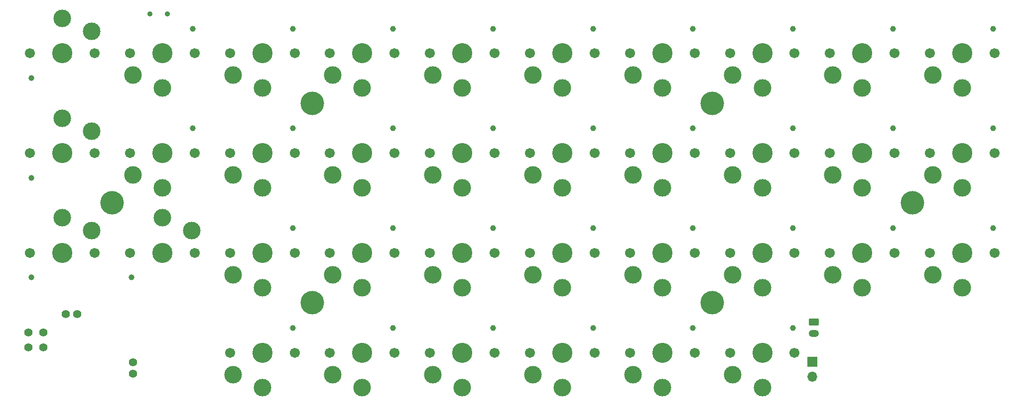
<source format=gbr>
%TF.GenerationSoftware,KiCad,Pcbnew,(6.0.4-0)*%
%TF.CreationDate,2023-01-08T13:58:21-06:00*%
%TF.ProjectId,bancouver40_cfx,62616e63-6f75-4766-9572-34305f636678,rev?*%
%TF.SameCoordinates,Original*%
%TF.FileFunction,Soldermask,Top*%
%TF.FilePolarity,Negative*%
%FSLAX46Y46*%
G04 Gerber Fmt 4.6, Leading zero omitted, Abs format (unit mm)*
G04 Created by KiCad (PCBNEW (6.0.4-0)) date 2023-01-08 13:58:21*
%MOMM*%
%LPD*%
G01*
G04 APERTURE LIST*
G04 Aperture macros list*
%AMRoundRect*
0 Rectangle with rounded corners*
0 $1 Rounding radius*
0 $2 $3 $4 $5 $6 $7 $8 $9 X,Y pos of 4 corners*
0 Add a 4 corners polygon primitive as box body*
4,1,4,$2,$3,$4,$5,$6,$7,$8,$9,$2,$3,0*
0 Add four circle primitives for the rounded corners*
1,1,$1+$1,$2,$3*
1,1,$1+$1,$4,$5*
1,1,$1+$1,$6,$7*
1,1,$1+$1,$8,$9*
0 Add four rect primitives between the rounded corners*
20,1,$1+$1,$2,$3,$4,$5,0*
20,1,$1+$1,$4,$5,$6,$7,0*
20,1,$1+$1,$6,$7,$8,$9,0*
20,1,$1+$1,$8,$9,$2,$3,0*%
G04 Aperture macros list end*
%ADD10C,3.429000*%
%ADD11C,1.701800*%
%ADD12C,3.000000*%
%ADD13C,0.990600*%
%ADD14C,4.000000*%
%ADD15R,1.700000X1.700000*%
%ADD16O,1.700000X1.700000*%
%ADD17C,1.397000*%
%ADD18C,0.900000*%
%ADD19RoundRect,0.250000X-0.625000X0.350000X-0.625000X-0.350000X0.625000X-0.350000X0.625000X0.350000X0*%
%ADD20O,1.750000X1.200000*%
G04 APERTURE END LIST*
D10*
%TO.C,SW25*%
X150874929Y-57374973D03*
D11*
X156374929Y-57374973D03*
D12*
X150874929Y-63324973D03*
D11*
X145374929Y-57374973D03*
D12*
X145874929Y-61124973D03*
D13*
X156094929Y-53174973D03*
%TD*%
D11*
%TO.C,SW17*%
X190374913Y-40374981D03*
D12*
X184874913Y-46324981D03*
D11*
X179374913Y-40374981D03*
D12*
X179874913Y-44124981D03*
D10*
X184874913Y-40374981D03*
D13*
X190094913Y-36174981D03*
%TD*%
D12*
%TO.C,SW23*%
X116874945Y-63324973D03*
D10*
X116874945Y-57374973D03*
D11*
X111374945Y-57374973D03*
D12*
X111874945Y-61124973D03*
D11*
X122374945Y-57374973D03*
D13*
X122094945Y-53174973D03*
%TD*%
D11*
%TO.C,SW26*%
X173374921Y-57374973D03*
D12*
X167874921Y-63324973D03*
X162874921Y-61124973D03*
D13*
X173094921Y-53174973D03*
D10*
X167874921Y-57374973D03*
D11*
X162374921Y-57374973D03*
%TD*%
D10*
%TO.C,SW13*%
X116874945Y-40374981D03*
D11*
X111374945Y-40374981D03*
D13*
X122094945Y-36174981D03*
D12*
X111874945Y-44124981D03*
D11*
X122374945Y-40374981D03*
D12*
X116874945Y-46324981D03*
%TD*%
D14*
%TO.C,H4*%
X227374893Y-48874977D03*
%TD*%
D12*
%TO.C,SW20*%
X230874889Y-44124981D03*
D11*
X241374889Y-40374981D03*
X230374889Y-40374981D03*
D12*
X235874889Y-46324981D03*
D10*
X235874889Y-40374981D03*
D13*
X241094889Y-36174981D03*
%TD*%
D11*
%TO.C,SW16*%
X162374921Y-40374981D03*
X173374921Y-40374981D03*
D13*
X173094921Y-36174981D03*
D12*
X162874921Y-44124981D03*
X167874921Y-46324981D03*
D10*
X167874921Y-40374981D03*
%TD*%
D12*
%TO.C,SW4*%
X128874937Y-27124989D03*
X133874937Y-29324989D03*
D10*
X133874937Y-23374989D03*
D13*
X139094937Y-19174989D03*
D11*
X128374937Y-23374989D03*
X139374937Y-23374989D03*
%TD*%
D10*
%TO.C,SW1*%
X82874961Y-23374989D03*
D12*
X82874961Y-17424989D03*
X87874961Y-19624989D03*
D11*
X77374961Y-23374989D03*
X88374961Y-23374989D03*
D13*
X77654961Y-27574989D03*
%TD*%
D12*
%TO.C,SW29*%
X218874897Y-63324973D03*
D10*
X218874897Y-57374973D03*
D11*
X224374897Y-57374973D03*
D13*
X224094897Y-53174973D03*
D11*
X213374897Y-57374973D03*
D12*
X213874897Y-61124973D03*
%TD*%
%TO.C,SW15*%
X150874929Y-46324981D03*
D11*
X156374929Y-40374981D03*
D13*
X156094929Y-36174981D03*
D11*
X145374929Y-40374981D03*
D12*
X145874929Y-44124981D03*
D10*
X150874929Y-40374981D03*
%TD*%
D11*
%TO.C,SW34*%
X139374937Y-74374965D03*
D13*
X139094937Y-70174965D03*
D10*
X133874937Y-74374965D03*
D11*
X128374937Y-74374965D03*
D12*
X133874937Y-80324965D03*
X128874937Y-78124965D03*
%TD*%
D10*
%TO.C,SW6*%
X167874921Y-23374989D03*
D12*
X167874921Y-29324989D03*
D11*
X173374921Y-23374989D03*
D12*
X162874921Y-27124989D03*
D13*
X173094921Y-19174989D03*
D11*
X162374921Y-23374989D03*
%TD*%
D13*
%TO.C,SW10*%
X241094889Y-19174989D03*
D12*
X230874889Y-27124989D03*
D10*
X235874889Y-23374989D03*
D12*
X235874889Y-29324989D03*
D11*
X230374889Y-23374989D03*
X241374889Y-23374989D03*
%TD*%
D13*
%TO.C,SW33*%
X122094945Y-70174965D03*
D12*
X111874945Y-78124965D03*
D11*
X122374945Y-74374965D03*
D10*
X116874945Y-74374965D03*
D12*
X116874945Y-80324965D03*
D11*
X111374945Y-74374965D03*
%TD*%
D13*
%TO.C,SW27*%
X190094913Y-53174973D03*
D11*
X190374913Y-57374973D03*
D12*
X184874913Y-63324973D03*
D11*
X179374913Y-57374973D03*
D10*
X184874913Y-57374973D03*
D12*
X179874913Y-61124973D03*
%TD*%
D11*
%TO.C,SW30*%
X230374889Y-57374973D03*
X241374889Y-57374973D03*
D13*
X241094889Y-53174973D03*
D12*
X230874889Y-61124973D03*
X235874889Y-63324973D03*
D10*
X235874889Y-57374973D03*
%TD*%
D14*
%TO.C,H5*%
X125374941Y-65874969D03*
%TD*%
%TO.C,H2*%
X193374909Y-31874985D03*
%TD*%
D11*
%TO.C,SW7*%
X190374913Y-23374989D03*
D12*
X184874913Y-29324989D03*
X179874913Y-27124989D03*
D11*
X179374913Y-23374989D03*
D10*
X184874913Y-23374989D03*
D13*
X190094913Y-19174989D03*
%TD*%
D12*
%TO.C,SW19*%
X213874897Y-44124981D03*
X218874897Y-46324981D03*
D10*
X218874897Y-40374981D03*
D11*
X213374897Y-40374981D03*
X224374897Y-40374981D03*
D13*
X224094897Y-36174981D03*
%TD*%
D14*
%TO.C,H6*%
X193374909Y-65874969D03*
%TD*%
D11*
%TO.C,SW24*%
X139374937Y-57374973D03*
D13*
X139094937Y-53174973D03*
D12*
X128874937Y-61124973D03*
D10*
X133874937Y-57374973D03*
D12*
X133874937Y-63324973D03*
D11*
X128374937Y-57374973D03*
%TD*%
D12*
%TO.C,SW5*%
X150874929Y-29324989D03*
D10*
X150874929Y-23374989D03*
D13*
X156094929Y-19174989D03*
D11*
X156374929Y-23374989D03*
X145374929Y-23374989D03*
D12*
X145874929Y-27124989D03*
%TD*%
%TO.C,SW38*%
X201874905Y-80324965D03*
D13*
X207094905Y-70174965D03*
D10*
X201874905Y-74374965D03*
D11*
X196374905Y-74374965D03*
D12*
X196874905Y-78124965D03*
D11*
X207374905Y-74374965D03*
%TD*%
%TO.C,SW35*%
X145374929Y-74374965D03*
D10*
X150874929Y-74374965D03*
D11*
X156374929Y-74374965D03*
D12*
X145874929Y-78124965D03*
X150874929Y-80324965D03*
D13*
X156094929Y-70174965D03*
%TD*%
%TO.C,SW18*%
X207094905Y-36174981D03*
D11*
X196374905Y-40374981D03*
X207374905Y-40374981D03*
D12*
X201874905Y-46324981D03*
D10*
X201874905Y-40374981D03*
D12*
X196874905Y-44124981D03*
%TD*%
%TO.C,SW3*%
X116874945Y-29324989D03*
D11*
X111374945Y-23374989D03*
D12*
X111874945Y-27124989D03*
D11*
X122374945Y-23374989D03*
D13*
X122094945Y-19174989D03*
D10*
X116874945Y-23374989D03*
%TD*%
%TO.C,SW9*%
X218874897Y-23374989D03*
D11*
X224374897Y-23374989D03*
X213374897Y-23374989D03*
D12*
X218874897Y-29324989D03*
X213874897Y-27124989D03*
D13*
X224094897Y-19174989D03*
%TD*%
%TO.C,SW14*%
X139094937Y-36174981D03*
D11*
X128374937Y-40374981D03*
X139374937Y-40374981D03*
D12*
X128874937Y-44124981D03*
D10*
X133874937Y-40374981D03*
D12*
X133874937Y-46324981D03*
%TD*%
%TO.C,SW21*%
X87874961Y-53624973D03*
X82874961Y-51424973D03*
D11*
X77374961Y-57374973D03*
X88374961Y-57374973D03*
D10*
X82874961Y-57374973D03*
D13*
X77654961Y-61574973D03*
%TD*%
D12*
%TO.C,SW2*%
X94874953Y-27124989D03*
D10*
X99874953Y-23374989D03*
D13*
X105094953Y-19174989D03*
D12*
X99874953Y-29324989D03*
D11*
X94374953Y-23374989D03*
X105374953Y-23374989D03*
%TD*%
D12*
%TO.C,SW12*%
X94874953Y-44124981D03*
D13*
X105094953Y-36174981D03*
D12*
X99874953Y-46324981D03*
D10*
X99874953Y-40374981D03*
D11*
X105374953Y-40374981D03*
X94374953Y-40374981D03*
%TD*%
D12*
%TO.C,SW36*%
X162874921Y-78124965D03*
D11*
X173374921Y-74374965D03*
D12*
X167874921Y-80324965D03*
D10*
X167874921Y-74374965D03*
D13*
X173094921Y-70174965D03*
D11*
X162374921Y-74374965D03*
%TD*%
%TO.C,SW22*%
X105374953Y-57374973D03*
D12*
X99874953Y-51424973D03*
D13*
X94654953Y-61574973D03*
D11*
X94374953Y-57374973D03*
D10*
X99874953Y-57374973D03*
D12*
X104874953Y-53624973D03*
%TD*%
D11*
%TO.C,SW28*%
X196374905Y-57374973D03*
X207374905Y-57374973D03*
D12*
X201874905Y-63324973D03*
D13*
X207094905Y-53174973D03*
D12*
X196874905Y-61124973D03*
D10*
X201874905Y-57374973D03*
%TD*%
D14*
%TO.C,H3*%
X91374957Y-48874977D03*
%TD*%
D11*
%TO.C,SW37*%
X179374913Y-74374965D03*
D10*
X184874913Y-74374965D03*
D12*
X179874913Y-78124965D03*
X184874913Y-80324965D03*
D11*
X190374913Y-74374965D03*
D13*
X190094913Y-70174965D03*
%TD*%
D11*
%TO.C,SW11*%
X88374961Y-40374981D03*
X77374961Y-40374981D03*
D12*
X87874961Y-36624981D03*
D13*
X77654961Y-44574981D03*
D12*
X82874961Y-34424981D03*
D10*
X82874961Y-40374981D03*
%TD*%
D14*
%TO.C,H1*%
X125374941Y-31874985D03*
%TD*%
D10*
%TO.C,SW8*%
X201874905Y-23374989D03*
D12*
X201874905Y-29324989D03*
D13*
X207094905Y-19174989D03*
D12*
X196874905Y-27124989D03*
D11*
X196374905Y-23374989D03*
X207374905Y-23374989D03*
%TD*%
D15*
%TO.C,J2*%
X210374901Y-75933297D03*
D16*
X210374901Y-78473297D03*
%TD*%
D17*
%TO.C,U1*%
X77136293Y-70979966D03*
X77136293Y-73519966D03*
X79676293Y-70979966D03*
X79676293Y-73519966D03*
X85391293Y-67804966D03*
X83486293Y-67804966D03*
X94916293Y-76059966D03*
X94916293Y-77964966D03*
%TD*%
D18*
%TO.C,SW41*%
X97749954Y-16669992D03*
X100749954Y-16669992D03*
%TD*%
D19*
%TO.C,J1*%
X210600000Y-69124967D03*
D20*
X210600000Y-71124967D03*
%TD*%
M02*

</source>
